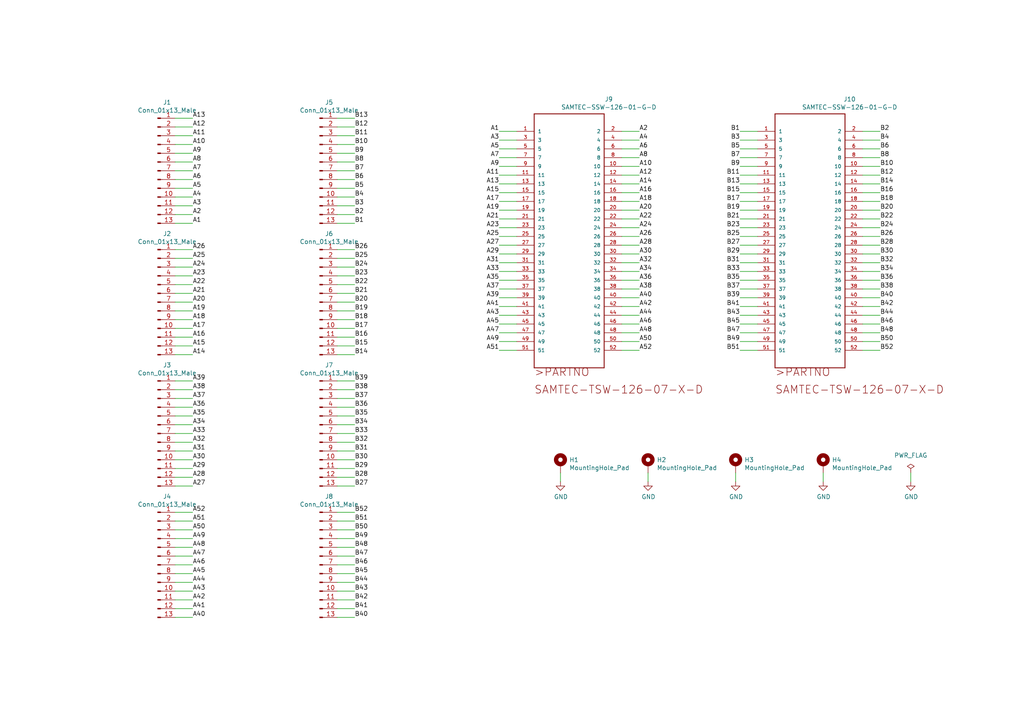
<source format=kicad_sch>
(kicad_sch (version 20230121) (generator eeschema)
  (paper "A4")
  (title_block (title "PC-104 to PicoBlade Adapter (Bottom)") (date "2023-11-17") (rev "v2.1") (company "SpaceLab") (comment 1 "Author: Gabriel Mariano Marcelino <gabriel.mm8@gmail.com>"))
  (lib_symbols
    (symbol "Mechanical:MountingHole_Pad" (pin_numbers hide) (pin_names (offset 1.016) hide)
      (property "Reference" "H" (at 0 6.35 0))
      (property "Value" "MountingHole_Pad" (at 0 4.445 0))
      (symbol "MountingHole_Pad_0_1"
        (circle (center 0 1.27) (radius 1.27) (stroke (width 1.27)))
      )
      (symbol "MountingHole_Pad_1_1"
        (pin input line (at 0 -2.54 90) (length 2.54) (name "1") (number "1"))
      )
    )
    (symbol "TSW-126-07-X-D:SAMTEC-TSW-126-07-X-D" (pin_names (offset 1.016))
      (property "Reference" "J" (at 0 5.08 0))
      (property "Value" "SAMTEC-TSW-126-07-X-D" (at 0 -73.66 0))
      (symbol "SAMTEC-TSW-126-07-X-D_0_0"
        (polyline (pts (xy 0 -68.58) (xy 0 5.08)) (stroke (width 0.254)))
        (polyline (pts (xy 0 5.08) (xy 20.2946 5.08)) (stroke (width 0.254)))
        (polyline (pts (xy 20.2946 -68.58) (xy 0 -68.58)) (stroke (width 0.254)))
        (polyline (pts (xy 20.2946 5.08) (xy 20.2946 -68.58)) (stroke (width 0.254)))
        (text ">PARTNO" (at 0 -71.12 0) (effects (font (size 2.286 2.286)) (justify left bottom)))
        (text "SAMTEC-TSW-126-07-X-D" (at 0 -76.2 0) (effects (font (size 2.286 2.286)) (justify left bottom)))
        (pin passive line (at -5.08 0 0) (length 5.08) (name "1") (number "1"))
        (pin passive line (at 25.4 -10.16 180) (length 5.08) (name "10") (number "10"))
        (pin passive line (at -5.08 -12.7 0) (length 5.08) (name "11") (number "11"))
        (pin passive line (at 25.4 -12.7 180) (length 5.08) (name "12") (number "12"))
        (pin passive line (at -5.08 -15.24 0) (length 5.08) (name "13") (number "13"))
        (pin passive line (at 25.4 -15.24 180) (length 5.08) (name "14") (number "14"))
        (pin passive line (at -5.08 -17.78 0) (length 5.08) (name "15") (number "15"))
        (pin passive line (at 25.4 -17.78 180) (length 5.08) (name "16") (number "16"))
        (pin passive line (at -5.08 -20.32 0) (length 5.08) (name "17") (number "17"))
        (pin passive line (at 25.4 -20.32 180) (length 5.08) (name "18") (number "18"))
        (pin passive line (at -5.08 -22.86 0) (length 5.08) (name "19") (number "19"))
        (pin passive line (at 25.4 0 180) (length 5.08) (name "2") (number "2"))
        (pin passive line (at 25.4 -22.86 180) (length 5.08) (name "20") (number "20"))
        (pin passive line (at -5.08 -25.4 0) (length 5.08) (name "21") (number "21"))
        (pin passive line (at 25.4 -25.4 180) (length 5.08) (name "22") (number "22"))
        (pin passive line (at -5.08 -27.94 0) (length 5.08) (name "23") (number "23"))
        (pin passive line (at 25.4 -27.94 180) (length 5.08) (name "24") (number "24"))
        (pin passive line (at -5.08 -30.48 0) (length 5.08) (name "25") (number "25"))
        (pin passive line (at 25.4 -30.48 180) (length 5.08) (name "26") (number "26"))
        (pin passive line (at -5.08 -33.02 0) (length 5.08) (name "27") (number "27"))
        (pin passive line (at 25.4 -33.02 180) (length 5.08) (name "28") (number "28"))
        (pin passive line (at -5.08 -35.56 0) (length 5.08) (name "29") (number "29"))
        (pin passive line (at -5.08 -2.54 0) (length 5.08) (name "3") (number "3"))
        (pin passive line (at 25.4 -35.56 180) (length 5.08) (name "30") (number "30"))
        (pin passive line (at -5.08 -38.1 0) (length 5.08) (name "31") (number "31"))
        (pin passive line (at 25.4 -38.1 180) (length 5.08) (name "32") (number "32"))
        (pin passive line (at -5.08 -40.64 0) (length 5.08) (name "33") (number "33"))
        (pin passive line (at 25.4 -40.64 180) (length 5.08) (name "34") (number "34"))
        (pin passive line (at -5.08 -43.18 0) (length 5.08) (name "35") (number "35"))
        (pin passive line (at 25.4 -43.18 180) (length 5.08) (name "36") (number "36"))
        (pin passive line (at -5.08 -45.72 0) (length 5.08) (name "37") (number "37"))
        (pin passive line (at 25.4 -45.72 180) (length 5.08) (name "38") (number "38"))
        (pin passive line (at -5.08 -48.26 0) (length 5.08) (name "39") (number "39"))
        (pin passive line (at 25.4 -2.54 180) (length 5.08) (name "4") (number "4"))
        (pin passive line (at 25.4 -48.26 180) (length 5.08) (name "40") (number "40"))
        (pin passive line (at -5.08 -50.8 0) (length 5.08) (name "41") (number "41"))
        (pin passive line (at 25.4 -50.8 180) (length 5.08) (name "42") (number "42"))
        (pin passive line (at -5.08 -53.34 0) (length 5.08) (name "43") (number "43"))
        (pin passive line (at 25.4 -53.34 180) (length 5.08) (name "44") (number "44"))
        (pin passive line (at -5.08 -55.88 0) (length 5.08) (name "45") (number "45"))
        (pin passive line (at 25.4 -55.88 180) (length 5.08) (name "46") (number "46"))
        (pin passive line (at -5.08 -58.42 0) (length 5.08) (name "47") (number "47"))
        (pin passive line (at 25.4 -58.42 180) (length 5.08) (name "48") (number "48"))
        (pin passive line (at -5.08 -60.96 0) (length 5.08) (name "49") (number "49"))
        (pin passive line (at -5.08 -5.08 0) (length 5.08) (name "5") (number "5"))
        (pin passive line (at 25.4 -60.96 180) (length 5.08) (name "50") (number "50"))
        (pin passive line (at -5.08 -63.5 0) (length 5.08) (name "51") (number "51"))
        (pin passive line (at 25.4 -63.5 180) (length 5.08) (name "52") (number "52"))
        (pin passive line (at 25.4 -5.08 180) (length 5.08) (name "6") (number "6"))
        (pin passive line (at -5.08 -7.62 0) (length 5.08) (name "7") (number "7"))
        (pin passive line (at 25.4 -7.62 180) (length 5.08) (name "8") (number "8"))
        (pin passive line (at -5.08 -10.16 0) (length 5.08) (name "9") (number "9"))
      )
    )
    (symbol "pc104-adapter-top-rescue:Conn_01x13_Male-Connector" (pin_names (offset 1.016) hide)
      (property "Reference" "J" (at 0 17.78 0))
      (property "Value" "Connector_Conn_01x13_Male" (at 0 -17.78 0))
      (symbol "Conn_01x13_Male-Connector_1_1"
        (polyline (pts (xy 1.27 -15.24) (xy 0.8636 -15.24)) (stroke (width 0.1524)))
        (polyline (pts (xy 1.27 -12.7) (xy 0.8636 -12.7)) (stroke (width 0.1524)))
        (polyline (pts (xy 1.27 -10.16) (xy 0.8636 -10.16)) (stroke (width 0.1524)))
        (polyline (pts (xy 1.27 -7.62) (xy 0.8636 -7.62)) (stroke (width 0.1524)))
        (polyline (pts (xy 1.27 -5.08) (xy 0.8636 -5.08)) (stroke (width 0.1524)))
        (polyline (pts (xy 1.27 -2.54) (xy 0.8636 -2.54)) (stroke (width 0.1524)))
        (polyline (pts (xy 1.27 0) (xy 0.8636 0)) (stroke (width 0.1524)))
        (polyline (pts (xy 1.27 2.54) (xy 0.8636 2.54)) (stroke (width 0.1524)))
        (polyline (pts (xy 1.27 5.08) (xy 0.8636 5.08)) (stroke (width 0.1524)))
        (polyline (pts (xy 1.27 7.62) (xy 0.8636 7.62)) (stroke (width 0.1524)))
        (polyline (pts (xy 1.27 10.16) (xy 0.8636 10.16)) (stroke (width 0.1524)))
        (polyline (pts (xy 1.27 12.7) (xy 0.8636 12.7)) (stroke (width 0.1524)))
        (polyline (pts (xy 1.27 15.24) (xy 0.8636 15.24)) (stroke (width 0.1524)))
        (rectangle (start 0.8636 -15.113) (end 0 -15.367) (stroke (width 0.1524)) (fill (type outline)))
        (rectangle (start 0.8636 -12.573) (end 0 -12.827) (stroke (width 0.1524)) (fill (type outline)))
        (rectangle (start 0.8636 -10.033) (end 0 -10.287) (stroke (width 0.1524)) (fill (type outline)))
        (rectangle (start 0.8636 -7.493) (end 0 -7.747) (stroke (width 0.1524)) (fill (type outline)))
        (rectangle (start 0.8636 -4.953) (end 0 -5.207) (stroke (width 0.1524)) (fill (type outline)))
        (rectangle (start 0.8636 -2.413) (end 0 -2.667) (stroke (width 0.1524)) (fill (type outline)))
        (rectangle (start 0.8636 0.127) (end 0 -0.127) (stroke (width 0.1524)) (fill (type outline)))
        (rectangle (start 0.8636 2.667) (end 0 2.413) (stroke (width 0.1524)) (fill (type outline)))
        (rectangle (start 0.8636 5.207) (end 0 4.953) (stroke (width 0.1524)) (fill (type outline)))
        (rectangle (start 0.8636 7.747) (end 0 7.493) (stroke (width 0.1524)) (fill (type outline)))
        (rectangle (start 0.8636 10.287) (end 0 10.033) (stroke (width 0.1524)) (fill (type outline)))
        (rectangle (start 0.8636 12.827) (end 0 12.573) (stroke (width 0.1524)) (fill (type outline)))
        (rectangle (start 0.8636 15.367) (end 0 15.113) (stroke (width 0.1524)) (fill (type outline)))
        (pin passive line (at 5.08 15.24 180) (length 3.81) (name "Pin_1") (number "1"))
        (pin passive line (at 5.08 -7.62 180) (length 3.81) (name "Pin_10") (number "10"))
        (pin passive line (at 5.08 -10.16 180) (length 3.81) (name "Pin_11") (number "11"))
        (pin passive line (at 5.08 -12.7 180) (length 3.81) (name "Pin_12") (number "12"))
        (pin passive line (at 5.08 -15.24 180) (length 3.81) (name "Pin_13") (number "13"))
        (pin passive line (at 5.08 12.7 180) (length 3.81) (name "Pin_2") (number "2"))
        (pin passive line (at 5.08 10.16 180) (length 3.81) (name "Pin_3") (number "3"))
        (pin passive line (at 5.08 7.62 180) (length 3.81) (name "Pin_4") (number "4"))
        (pin passive line (at 5.08 5.08 180) (length 3.81) (name "Pin_5") (number "5"))
        (pin passive line (at 5.08 2.54 180) (length 3.81) (name "Pin_6") (number "6"))
        (pin passive line (at 5.08 0 180) (length 3.81) (name "Pin_7") (number "7"))
        (pin passive line (at 5.08 -2.54 180) (length 3.81) (name "Pin_8") (number "8"))
        (pin passive line (at 5.08 -5.08 180) (length 3.81) (name "Pin_9") (number "9"))
      )
    )
    (symbol "power:GND" (power) (pin_names (offset 0))
      (property "Value" "GND" (at 0 -3.81 0))
      (symbol "GND_0_1"
        (polyline (pts (xy 0 0) (xy 0 -1.27) (xy 1.27 -1.27) (xy 0 -2.54) (xy -1.27 -1.27) (xy 0 -1.27)))
      )
      (symbol "GND_1_1"
        (pin power_in line (at 0 0 270) (length 0) hide (name "GND") (number "1"))
      )
    )
    (symbol "power:PWR_FLAG" (power) (pin_numbers hide) (pin_names (offset 0) hide)
      (property "Value" "PWR_FLAG" (at 0 3.81 0))
      (symbol "PWR_FLAG_0_0"
        (pin power_out line (at 0 0 90) (length 0) (name "pwr") (number "1"))
      )
      (symbol "PWR_FLAG_0_1"
        (polyline (pts (xy 0 0) (xy 0 1.27) (xy -1.016 1.905) (xy 0 2.54) (xy 1.016 1.905) (xy 0 1.27)))
      )
    )
  )
  (wire (pts (xy 180.34 99.06) (xy 185.42 99.06)))
  (wire (pts (xy 55.88 128.27) (xy 50.8 128.27)))
  (wire (pts (xy 144.78 68.58) (xy 149.86 68.58)))
  (wire (pts (xy 149.86 76.2) (xy 144.78 76.2)))
  (wire (pts (xy 180.34 43.18) (xy 185.42 43.18)))
  (wire (pts (xy 50.8 62.23) (xy 55.88 62.23)))
  (wire (pts (xy 50.8 140.97) (xy 55.88 140.97)))
  (wire (pts (xy 214.63 83.82) (xy 219.71 83.82)))
  (wire (pts (xy 97.79 163.83) (xy 102.87 163.83)))
  (wire (pts (xy 255.27 60.96) (xy 250.19 60.96)))
  (wire (pts (xy 97.79 102.87) (xy 102.87 102.87)))
  (wire (pts (xy 102.87 118.11) (xy 97.79 118.11)))
  (wire (pts (xy 97.79 82.55) (xy 102.87 82.55)))
  (wire (pts (xy 219.71 81.28) (xy 214.63 81.28)))
  (wire (pts (xy 50.8 173.99) (xy 55.88 173.99)))
  (wire (pts (xy 50.8 135.89) (xy 55.88 135.89)))
  (wire (pts (xy 149.86 93.98) (xy 144.78 93.98)))
  (wire (pts (xy 214.63 78.74) (xy 219.71 78.74)))
  (wire (pts (xy 102.87 54.61) (xy 97.79 54.61)))
  (wire (pts (xy 149.86 45.72) (xy 144.78 45.72)))
  (wire (pts (xy 250.19 63.5) (xy 255.27 63.5)))
  (wire (pts (xy 185.42 66.04) (xy 180.34 66.04)))
  (wire (pts (xy 50.8 97.79) (xy 55.88 97.79)))
  (wire (pts (xy 149.86 71.12) (xy 144.78 71.12)))
  (wire (pts (xy 187.96 139.7) (xy 187.96 137.16)))
  (wire (pts (xy 55.88 118.11) (xy 50.8 118.11)))
  (wire (pts (xy 185.42 50.8) (xy 180.34 50.8)))
  (wire (pts (xy 102.87 176.53) (xy 97.79 176.53)))
  (wire (pts (xy 213.36 139.7) (xy 213.36 137.16)))
  (wire (pts (xy 180.34 58.42) (xy 185.42 58.42)))
  (wire (pts (xy 219.71 96.52) (xy 214.63 96.52)))
  (wire (pts (xy 97.79 62.23) (xy 102.87 62.23)))
  (wire (pts (xy 97.79 120.65) (xy 102.87 120.65)))
  (wire (pts (xy 250.19 53.34) (xy 255.27 53.34)))
  (wire (pts (xy 50.8 72.39) (xy 55.88 72.39)))
  (wire (pts (xy 50.8 77.47) (xy 55.88 77.47)))
  (wire (pts (xy 97.79 97.79) (xy 102.87 97.79)))
  (wire (pts (xy 214.63 48.26) (xy 219.71 48.26)))
  (wire (pts (xy 102.87 90.17) (xy 97.79 90.17)))
  (wire (pts (xy 102.87 138.43) (xy 97.79 138.43)))
  (wire (pts (xy 55.88 100.33) (xy 50.8 100.33)))
  (wire (pts (xy 55.88 90.17) (xy 50.8 90.17)))
  (wire (pts (xy 50.8 158.75) (xy 55.88 158.75)))
  (wire (pts (xy 144.78 78.74) (xy 149.86 78.74)))
  (wire (pts (xy 180.34 78.74) (xy 185.42 78.74)))
  (wire (pts (xy 102.87 113.03) (xy 97.79 113.03)))
  (wire (pts (xy 102.87 80.01) (xy 97.79 80.01)))
  (wire (pts (xy 185.42 38.1) (xy 180.34 38.1)))
  (wire (pts (xy 238.76 139.7) (xy 238.76 137.16)))
  (wire (pts (xy 50.8 87.63) (xy 55.88 87.63)))
  (wire (pts (xy 97.79 77.47) (xy 102.87 77.47)))
  (wire (pts (xy 219.71 86.36) (xy 214.63 86.36)))
  (wire (pts (xy 185.42 71.12) (xy 180.34 71.12)))
  (wire (pts (xy 162.56 139.7) (xy 162.56 137.16)))
  (wire (pts (xy 180.34 63.5) (xy 185.42 63.5)))
  (wire (pts (xy 185.42 76.2) (xy 180.34 76.2)))
  (wire (pts (xy 219.71 53.34) (xy 214.63 53.34)))
  (wire (pts (xy 102.87 151.13) (xy 97.79 151.13)))
  (wire (pts (xy 102.87 49.53) (xy 97.79 49.53)))
  (wire (pts (xy 180.34 73.66) (xy 185.42 73.66)))
  (wire (pts (xy 50.8 82.55) (xy 55.88 82.55)))
  (wire (pts (xy 149.86 55.88) (xy 144.78 55.88)))
  (wire (pts (xy 214.63 58.42) (xy 219.71 58.42)))
  (wire (pts (xy 102.87 44.45) (xy 97.79 44.45)))
  (wire (pts (xy 97.79 130.81) (xy 102.87 130.81)))
  (wire (pts (xy 55.88 151.13) (xy 50.8 151.13)))
  (wire (pts (xy 250.19 58.42) (xy 255.27 58.42)))
  (wire (pts (xy 144.78 86.36) (xy 149.86 86.36)))
  (wire (pts (xy 214.63 99.06) (xy 219.71 99.06)))
  (wire (pts (xy 102.87 123.19) (xy 97.79 123.19)))
  (wire (pts (xy 102.87 128.27) (xy 97.79 128.27)))
  (wire (pts (xy 50.8 163.83) (xy 55.88 163.83)))
  (wire (pts (xy 185.42 91.44) (xy 180.34 91.44)))
  (wire (pts (xy 250.19 78.74) (xy 255.27 78.74)))
  (wire (pts (xy 144.78 63.5) (xy 149.86 63.5)))
  (wire (pts (xy 50.8 153.67) (xy 55.88 153.67)))
  (wire (pts (xy 50.8 120.65) (xy 55.88 120.65)))
  (wire (pts (xy 102.87 95.25) (xy 97.79 95.25)))
  (wire (pts (xy 97.79 57.15) (xy 102.87 57.15)))
  (wire (pts (xy 55.88 44.45) (xy 50.8 44.45)))
  (wire (pts (xy 102.87 133.35) (xy 97.79 133.35)))
  (wire (pts (xy 214.63 88.9) (xy 219.71 88.9)))
  (wire (pts (xy 255.27 66.04) (xy 250.19 66.04)))
  (wire (pts (xy 185.42 81.28) (xy 180.34 81.28)))
  (wire (pts (xy 55.88 39.37) (xy 50.8 39.37)))
  (wire (pts (xy 144.78 38.1) (xy 149.86 38.1)))
  (wire (pts (xy 250.19 48.26) (xy 255.27 48.26)))
  (wire (pts (xy 144.78 43.18) (xy 149.86 43.18)))
  (wire (pts (xy 185.42 86.36) (xy 180.34 86.36)))
  (wire (pts (xy 97.79 41.91) (xy 102.87 41.91)))
  (wire (pts (xy 50.8 168.91) (xy 55.88 168.91)))
  (wire (pts (xy 50.8 41.91) (xy 55.88 41.91)))
  (wire (pts (xy 50.8 115.57) (xy 55.88 115.57)))
  (wire (pts (xy 55.88 54.61) (xy 50.8 54.61)))
  (wire (pts (xy 55.88 74.93) (xy 50.8 74.93)))
  (wire (pts (xy 50.8 179.07) (xy 55.88 179.07)))
  (wire (pts (xy 255.27 86.36) (xy 250.19 86.36)))
  (wire (pts (xy 102.87 171.45) (xy 97.79 171.45)))
  (wire (pts (xy 214.63 38.1) (xy 219.71 38.1)))
  (wire (pts (xy 97.79 148.59) (xy 102.87 148.59)))
  (wire (pts (xy 97.79 110.49) (xy 102.87 110.49)))
  (wire (pts (xy 185.42 101.6) (xy 180.34 101.6)))
  (wire (pts (xy 144.78 101.6) (xy 149.86 101.6)))
  (wire (pts (xy 55.88 113.03) (xy 50.8 113.03)))
  (wire (pts (xy 102.87 59.69) (xy 97.79 59.69)))
  (wire (pts (xy 180.34 68.58) (xy 185.42 68.58)))
  (wire (pts (xy 97.79 87.63) (xy 102.87 87.63)))
  (wire (pts (xy 255.27 45.72) (xy 250.19 45.72)))
  (wire (pts (xy 214.63 68.58) (xy 219.71 68.58)))
  (wire (pts (xy 185.42 55.88) (xy 180.34 55.88)))
  (wire (pts (xy 50.8 57.15) (xy 55.88 57.15)))
  (wire (pts (xy 180.34 48.26) (xy 185.42 48.26)))
  (wire (pts (xy 214.63 45.72) (xy 219.71 45.72)))
  (wire (pts (xy 219.71 76.2) (xy 214.63 76.2)))
  (wire (pts (xy 97.79 135.89) (xy 102.87 135.89)))
  (wire (pts (xy 102.87 100.33) (xy 97.79 100.33)))
  (wire (pts (xy 55.88 95.25) (xy 50.8 95.25)))
  (wire (pts (xy 102.87 34.29) (xy 97.79 34.29)))
  (wire (pts (xy 97.79 115.57) (xy 102.87 115.57)))
  (wire (pts (xy 214.63 50.8) (xy 219.71 50.8)))
  (wire (pts (xy 55.88 161.29) (xy 50.8 161.29)))
  (wire (pts (xy 55.88 64.77) (xy 50.8 64.77)))
  (wire (pts (xy 255.27 50.8) (xy 250.19 50.8)))
  (wire (pts (xy 180.34 88.9) (xy 185.42 88.9)))
  (wire (pts (xy 180.34 53.34) (xy 185.42 53.34)))
  (wire (pts (xy 102.87 64.77) (xy 97.79 64.77)))
  (wire (pts (xy 185.42 40.64) (xy 180.34 40.64)))
  (wire (pts (xy 55.88 156.21) (xy 50.8 156.21)))
  (wire (pts (xy 50.8 34.29) (xy 55.88 34.29)))
  (wire (pts (xy 97.79 153.67) (xy 102.87 153.67)))
  (wire (pts (xy 55.88 123.19) (xy 50.8 123.19)))
  (wire (pts (xy 50.8 110.49) (xy 55.88 110.49)))
  (wire (pts (xy 149.86 99.06) (xy 144.78 99.06)))
  (wire (pts (xy 250.19 38.1) (xy 255.27 38.1)))
  (wire (pts (xy 250.19 43.18) (xy 255.27 43.18)))
  (wire (pts (xy 55.88 176.53) (xy 50.8 176.53)))
  (wire (pts (xy 250.19 99.06) (xy 255.27 99.06)))
  (wire (pts (xy 97.79 36.83) (xy 102.87 36.83)))
  (wire (pts (xy 255.27 76.2) (xy 250.19 76.2)))
  (wire (pts (xy 97.79 46.99) (xy 102.87 46.99)))
  (wire (pts (xy 219.71 60.96) (xy 214.63 60.96)))
  (wire (pts (xy 97.79 72.39) (xy 102.87 72.39)))
  (wire (pts (xy 149.86 66.04) (xy 144.78 66.04)))
  (wire (pts (xy 144.78 58.42) (xy 149.86 58.42)))
  (wire (pts (xy 255.27 71.12) (xy 250.19 71.12)))
  (wire (pts (xy 55.88 138.43) (xy 50.8 138.43)))
  (wire (pts (xy 50.8 102.87) (xy 55.88 102.87)))
  (wire (pts (xy 55.88 133.35) (xy 50.8 133.35)))
  (wire (pts (xy 185.42 45.72) (xy 180.34 45.72)))
  (wire (pts (xy 149.86 83.82) (xy 144.78 83.82)))
  (wire (pts (xy 255.27 91.44) (xy 250.19 91.44)))
  (wire (pts (xy 144.78 48.26) (xy 149.86 48.26)))
  (wire (pts (xy 250.19 73.66) (xy 255.27 73.66)))
  (wire (pts (xy 144.78 53.34) (xy 149.86 53.34)))
  (wire (pts (xy 55.88 85.09) (xy 50.8 85.09)))
  (wire (pts (xy 102.87 39.37) (xy 97.79 39.37)))
  (wire (pts (xy 219.71 55.88) (xy 214.63 55.88)))
  (wire (pts (xy 255.27 81.28) (xy 250.19 81.28)))
  (wire (pts (xy 219.71 71.12) (xy 214.63 71.12)))
  (wire (pts (xy 102.87 85.09) (xy 97.79 85.09)))
  (wire (pts (xy 97.79 125.73) (xy 102.87 125.73)))
  (wire (pts (xy 50.8 130.81) (xy 55.88 130.81)))
  (wire (pts (xy 55.88 59.69) (xy 50.8 59.69)))
  (wire (pts (xy 97.79 179.07) (xy 102.87 179.07)))
  (wire (pts (xy 250.19 68.58) (xy 255.27 68.58)))
  (wire (pts (xy 219.71 101.6) (xy 214.63 101.6)))
  (wire (pts (xy 55.88 171.45) (xy 50.8 171.45)))
  (wire (pts (xy 50.8 52.07) (xy 55.88 52.07)))
  (wire (pts (xy 50.8 92.71) (xy 55.88 92.71)))
  (wire (pts (xy 102.87 156.21) (xy 97.79 156.21)))
  (wire (pts (xy 149.86 88.9) (xy 144.78 88.9)))
  (wire (pts (xy 214.63 43.18) (xy 219.71 43.18)))
  (wire (pts (xy 97.79 168.91) (xy 102.87 168.91)))
  (wire (pts (xy 214.63 63.5) (xy 219.71 63.5)))
  (wire (pts (xy 185.42 60.96) (xy 180.34 60.96)))
  (wire (pts (xy 144.78 81.28) (xy 149.86 81.28)))
  (wire (pts (xy 219.71 66.04) (xy 214.63 66.04)))
  (wire (pts (xy 50.8 46.99) (xy 55.88 46.99)))
  (wire (pts (xy 180.34 93.98) (xy 185.42 93.98)))
  (wire (pts (xy 97.79 158.75) (xy 102.87 158.75)))
  (wire (pts (xy 255.27 96.52) (xy 250.19 96.52)))
  (wire (pts (xy 97.79 52.07) (xy 102.87 52.07)))
  (wire (pts (xy 144.78 91.44) (xy 149.86 91.44)))
  (wire (pts (xy 255.27 55.88) (xy 250.19 55.88)))
  (wire (pts (xy 97.79 140.97) (xy 102.87 140.97)))
  (wire (pts (xy 55.88 166.37) (xy 50.8 166.37)))
  (wire (pts (xy 219.71 91.44) (xy 214.63 91.44)))
  (wire (pts (xy 185.42 96.52) (xy 180.34 96.52)))
  (wire (pts (xy 50.8 148.59) (xy 55.88 148.59)))
  (wire (pts (xy 97.79 92.71) (xy 102.87 92.71)))
  (wire (pts (xy 97.79 173.99) (xy 102.87 173.99)))
  (wire (pts (xy 219.71 73.66) (xy 214.63 73.66)))
  (wire (pts (xy 149.86 50.8) (xy 144.78 50.8)))
  (wire (pts (xy 255.27 40.64) (xy 250.19 40.64)))
  (wire (pts (xy 144.78 96.52) (xy 149.86 96.52)))
  (wire (pts (xy 55.88 80.01) (xy 50.8 80.01)))
  (wire (pts (xy 180.34 83.82) (xy 185.42 83.82)))
  (wire (pts (xy 219.71 40.64) (xy 214.63 40.64)))
  (wire (pts (xy 102.87 166.37) (xy 97.79 166.37)))
  (wire (pts (xy 55.88 49.53) (xy 50.8 49.53)))
  (wire (pts (xy 102.87 74.93) (xy 97.79 74.93)))
  (wire (pts (xy 149.86 40.64) (xy 144.78 40.64)))
  (wire (pts (xy 50.8 125.73) (xy 55.88 125.73)))
  (wire (pts (xy 50.8 36.83) (xy 55.88 36.83)))
  (wire (pts (xy 250.19 88.9) (xy 255.27 88.9)))
  (wire (pts (xy 250.19 93.98) (xy 255.27 93.98)))
  (wire (pts (xy 102.87 161.29) (xy 97.79 161.29)))
  (wire (pts (xy 250.19 83.82) (xy 255.27 83.82)))
  (wire (pts (xy 264.16 137.16) (xy 264.16 139.7)))
  (wire (pts (xy 214.63 93.98) (xy 219.71 93.98)))
  (wire (pts (xy 144.78 73.66) (xy 149.86 73.66)))
  (wire (pts (xy 149.86 60.96) (xy 144.78 60.96)))
  (wire (pts (xy 255.27 101.6) (xy 250.19 101.6)))
  (label "A46" (at 185.42 93.98 0))
  (label "B23" (at 214.63 66.04 180))
  (label "A32" (at 55.88 128.27 0))
  (label "B34" (at 102.87 123.19 0))
  (label "A39" (at 144.78 86.36 180))
  (label "B14" (at 102.87 102.87 0))
  (label "B29" (at 214.63 73.66 180))
  (label "B21" (at 102.87 85.09 0))
  (label "B37" (at 102.87 115.57 0))
  (label "A33" (at 55.88 125.73 0))
  (label "B6" (at 255.27 43.18 0))
  (label "A52" (at 185.42 101.6 0))
  (label "A31" (at 144.78 76.2 180))
  (label "B17" (at 214.63 58.42 180))
  (label "B9" (at 102.87 44.45 0))
  (label "A15" (at 55.88 100.33 0))
  (label "A37" (at 55.88 115.57 0))
  (label "B42" (at 255.27 88.9 0))
  (label "B47" (at 214.63 96.52 180))
  (label "A22" (at 185.42 63.5 0))
  (label "B9" (at 214.63 48.26 180))
  (label "B23" (at 102.87 80.01 0))
  (label "A41" (at 144.78 88.9 180))
  (label "B1" (at 102.87 64.77 0))
  (label "B20" (at 255.27 60.96 0))
  (label "B3" (at 102.87 59.69 0))
  (label "A13" (at 55.88 34.29 0))
  (label "A14" (at 185.42 53.34 0))
  (label "A27" (at 144.78 71.12 180))
  (label "A1" (at 144.78 38.1 180))
  (label "A23" (at 55.88 80.01 0))
  (label "B48" (at 255.27 96.52 0))
  (label "A29" (at 144.78 73.66 180))
  (label "B51" (at 214.63 101.6 180))
  (label "B36" (at 255.27 81.28 0))
  (label "A43" (at 55.88 171.45 0))
  (label "B5" (at 214.63 43.18 180))
  (label "A7" (at 55.88 49.53 0))
  (label "B25" (at 214.63 68.58 180))
  (label "B41" (at 214.63 88.9 180))
  (label "A27" (at 55.88 140.97 0))
  (label "B10" (at 102.87 41.91 0))
  (label "B24" (at 102.87 77.47 0))
  (label "A50" (at 55.88 153.67 0))
  (label "B45" (at 102.87 166.37 0))
  (label "B35" (at 102.87 120.65 0))
  (label "A9" (at 144.78 48.26 180))
  (label "B8" (at 255.27 45.72 0))
  (label "A38" (at 55.88 113.03 0))
  (label "A29" (at 55.88 135.89 0))
  (label "A30" (at 185.42 73.66 0))
  (label "A20" (at 55.88 87.63 0))
  (label "B30" (at 255.27 73.66 0))
  (label "B52" (at 255.27 101.6 0))
  (label "B40" (at 255.27 86.36 0))
  (label "A35" (at 144.78 81.28 180))
  (label "A48" (at 55.88 158.75 0))
  (label "A4" (at 55.88 57.15 0))
  (label "A44" (at 55.88 168.91 0))
  (label "B1" (at 214.63 38.1 180))
  (label "A7" (at 144.78 45.72 180))
  (label "A26" (at 185.42 68.58 0))
  (label "B46" (at 255.27 93.98 0))
  (label "B2" (at 255.27 38.1 0))
  (label "B24" (at 255.27 66.04 0))
  (label "B31" (at 102.87 130.81 0))
  (label "A2" (at 55.88 62.23 0))
  (label "B35" (at 214.63 81.28 180))
  (label "A28" (at 185.42 71.12 0))
  (label "B21" (at 214.63 63.5 180))
  (label "A47" (at 55.88 161.29 0))
  (label "B33" (at 102.87 125.73 0))
  (label "B49" (at 214.63 99.06 180))
  (label "B15" (at 214.63 55.88 180))
  (label "B51" (at 102.87 151.13 0))
  (label "B15" (at 102.87 100.33 0))
  (label "B37" (at 214.63 83.82 180))
  (label "A13" (at 144.78 53.34 180))
  (label "A42" (at 55.88 173.99 0))
  (label "B52" (at 102.87 148.59 0))
  (label "A17" (at 55.88 95.25 0))
  (label "A45" (at 55.88 166.37 0))
  (label "A36" (at 185.42 81.28 0))
  (label "A22" (at 55.88 82.55 0))
  (label "B45" (at 214.63 93.98 180))
  (label "B48" (at 102.87 158.75 0))
  (label "B46" (at 102.87 163.83 0))
  (label "B43" (at 214.63 91.44 180))
  (label "B16" (at 255.27 55.88 0))
  (label "B28" (at 255.27 71.12 0))
  (label "A23" (at 144.78 66.04 180))
  (label "B49" (at 102.87 156.21 0))
  (label "A45" (at 144.78 93.98 180))
  (label "A52" (at 55.88 148.59 0))
  (label "A47" (at 144.78 96.52 180))
  (label "B36" (at 102.87 118.11 0))
  (label "A31" (at 55.88 130.81 0))
  (label "B31" (at 214.63 76.2 180))
  (label "A34" (at 185.42 78.74 0))
  (label "A3" (at 55.88 59.69 0))
  (label "B32" (at 255.27 76.2 0))
  (label "B11" (at 214.63 50.8 180))
  (label "B26" (at 255.27 68.58 0))
  (label "A38" (at 185.42 83.82 0))
  (label "B12" (at 102.87 36.83 0))
  (label "B19" (at 102.87 90.17 0))
  (label "B19" (at 214.63 60.96 180))
  (label "B18" (at 255.27 58.42 0))
  (label "A18" (at 55.88 92.71 0))
  (label "A24" (at 185.42 66.04 0))
  (label "B18" (at 102.87 92.71 0))
  (label "B44" (at 255.27 91.44 0))
  (label "B29" (at 102.87 135.89 0))
  (label "A20" (at 185.42 60.96 0))
  (label "B8" (at 102.87 46.99 0))
  (label "A46" (at 55.88 163.83 0))
  (label "B4" (at 102.87 57.15 0))
  (label "B44" (at 102.87 168.91 0))
  (label "B5" (at 102.87 54.61 0))
  (label "B39" (at 102.87 110.49 0))
  (label "A21" (at 55.88 85.09 0))
  (label "A16" (at 55.88 97.79 0))
  (label "A26" (at 55.88 72.39 0))
  (label "B12" (at 255.27 50.8 0))
  (label "B7" (at 214.63 45.72 180))
  (label "B3" (at 214.63 40.64 180))
  (label "B47" (at 102.87 161.29 0))
  (label "B27" (at 214.63 71.12 180))
  (label "A41" (at 55.88 176.53 0))
  (label "B42" (at 102.87 173.99 0))
  (label "A6" (at 185.42 43.18 0))
  (label "A24" (at 55.88 77.47 0))
  (label "A44" (at 185.42 91.44 0))
  (label "A2" (at 185.42 38.1 0))
  (label "A32" (at 185.42 76.2 0))
  (label "B13" (at 214.63 53.34 180))
  (label "A11" (at 144.78 50.8 180))
  (label "A51" (at 144.78 101.6 180))
  (label "A39" (at 55.88 110.49 0))
  (label "A28" (at 55.88 138.43 0))
  (label "B17" (at 102.87 95.25 0))
  (label "A25" (at 144.78 68.58 180))
  (label "B22" (at 255.27 63.5 0))
  (label "A19" (at 55.88 90.17 0))
  (label "A42" (at 185.42 88.9 0))
  (label "B2" (at 102.87 62.23 0))
  (label "A5" (at 144.78 43.18 180))
  (label "B43" (at 102.87 171.45 0))
  (label "B14" (at 255.27 53.34 0))
  (label "A16" (at 185.42 55.88 0))
  (label "A30" (at 55.88 133.35 0))
  (label "B6" (at 102.87 52.07 0))
  (label "B38" (at 102.87 113.03 0))
  (label "A50" (at 185.42 99.06 0))
  (label "A49" (at 55.88 156.21 0))
  (label "B30" (at 102.87 133.35 0))
  (label "A48" (at 185.42 96.52 0))
  (label "B11" (at 102.87 39.37 0))
  (label "A12" (at 55.88 36.83 0))
  (label "A19" (at 144.78 60.96 180))
  (label "A8" (at 185.42 45.72 0))
  (label "B20" (at 102.87 87.63 0))
  (label "B38" (at 255.27 83.82 0))
  (label "A10" (at 185.42 48.26 0))
  (label "B22" (at 102.87 82.55 0))
  (label "A25" (at 55.88 74.93 0))
  (label "A12" (at 185.42 50.8 0))
  (label "B25" (at 102.87 74.93 0))
  (label "B7" (at 102.87 49.53 0))
  (label "A43" (at 144.78 91.44 180))
  (label "A1" (at 55.88 64.77 0))
  (label "A35" (at 55.88 120.65 0))
  (label "A3" (at 144.78 40.64 180))
  (label "A34" (at 55.88 123.19 0))
  (label "A8" (at 55.88 46.99 0))
  (label "B26" (at 102.87 72.39 0))
  (label "A9" (at 55.88 44.45 0))
  (label "B13" (at 102.87 34.29 0))
  (label "A49" (at 144.78 99.06 180))
  (label "B39" (at 214.63 86.36 180))
  (label "B34" (at 255.27 78.74 0))
  (label "A51" (at 55.88 151.13 0))
  (label "B27" (at 102.87 140.97 0))
  (label "A36" (at 55.88 118.11 0))
  (label "B32" (at 102.87 128.27 0))
  (label "B28" (at 102.87 138.43 0))
  (label "B50" (at 102.87 153.67 0))
  (label "A17" (at 144.78 58.42 180))
  (label "A10" (at 55.88 41.91 0))
  (label "A15" (at 144.78 55.88 180))
  (label "A4" (at 185.42 40.64 0))
  (label "A21" (at 144.78 63.5 180))
  (label "A11" (at 55.88 39.37 0))
  (label "A40" (at 55.88 179.07 0))
  (label "B41" (at 102.87 176.53 0))
  (label "A6" (at 55.88 52.07 0))
  (label "B33" (at 214.63 78.74 180))
  (label "A14" (at 55.88 102.87 0))
  (label "A18" (at 185.42 58.42 0))
  (label "A33" (at 144.78 78.74 180))
  (label "B16" (at 102.87 97.79 0))
  (label "A5" (at 55.88 54.61 0))
  (label "B50" (at 255.27 99.06 0))
  (label "A40" (at 185.42 86.36 0))
  (label "A37" (at 144.78 83.82 180))
  (label "B40" (at 102.87 179.07 0))
  (label "B10" (at 255.27 48.26 0))
  (label "B4" (at 255.27 40.64 0))
  (symbol (lib_id "TSW-126-07-X-D:SAMTEC-TSW-126-07-X-D") (at 154.94 38.1 0) (unit 1)
    (property "Reference" "J9" (at 176.5808 28.7782 0))
    (property "Value" "SAMTEC-SSW-126-01-G-D" (at 176.5808 31.0896 0))
    (property "Footprint" "lib:TSW-126-07-X-D" (effects hide))
  )
  (symbol (lib_id "TSW-126-07-X-D:SAMTEC-TSW-126-07-X-D") (at 224.79 38.1 0) (unit 1)
    (property "Reference" "J10" (at 246.4308 28.7782 0))
    (property "Value" "SAMTEC-SSW-126-01-G-D" (at 246.4308 31.0896 0))
    (property "Footprint" "lib:TSW-126-07-X-D" (effects hide))
  )
  (symbol (lib_id "pc104-adapter-top-rescue:Conn_01x13_Male-Connector") (at 45.72 49.53 0) (unit 1)
    (property "Reference" "J1" (at 48.4632 29.6926 0))
    (property "Value" "Conn_01x13_Male" (at 48.4632 32.004 0))
    (property "Footprint" "Connector_Molex:Molex_PicoBlade_53398-1371_1x13-1MP_P1.25mm_Vertical" (effects hide))
  )
  (symbol (lib_id "pc104-adapter-top-rescue:Conn_01x13_Male-Connector") (at 92.71 49.53 0) (unit 1)
    (property "Reference" "J5" (at 95.4532 29.6926 0))
    (property "Value" "Conn_01x13_Male" (at 95.4532 32.004 0))
    (property "Footprint" "Connector_Molex:Molex_PicoBlade_53398-1371_1x13-1MP_P1.25mm_Vertical" (effects hide))
  )
  (symbol (lib_id "pc104-adapter-top-rescue:Conn_01x13_Male-Connector") (at 45.72 87.63 0) (unit 1)
    (property "Reference" "J2" (at 48.4632 67.7926 0))
    (property "Value" "Conn_01x13_Male" (at 48.4632 70.104 0))
    (property "Footprint" "Connector_Molex:Molex_PicoBlade_53398-1371_1x13-1MP_P1.25mm_Vertical" (effects hide))
  )
  (symbol (lib_id "pc104-adapter-top-rescue:Conn_01x13_Male-Connector") (at 92.71 87.63 0) (unit 1)
    (property "Reference" "J6" (at 95.4532 67.7926 0))
    (property "Value" "Conn_01x13_Male" (at 95.4532 70.104 0))
    (property "Footprint" "Connector_Molex:Molex_PicoBlade_53398-1371_1x13-1MP_P1.25mm_Vertical" (effects hide))
  )
  (symbol (lib_id "pc104-adapter-top-rescue:Conn_01x13_Male-Connector") (at 45.72 125.73 0) (unit 1)
    (property "Reference" "J3" (at 48.4632 105.8926 0))
    (property "Value" "Conn_01x13_Male" (at 48.4632 108.204 0))
    (property "Footprint" "Connector_Molex:Molex_PicoBlade_53398-1371_1x13-1MP_P1.25mm_Vertical" (effects hide))
  )
  (symbol (lib_id "pc104-adapter-top-rescue:Conn_01x13_Male-Connector") (at 92.71 125.73 0) (unit 1)
    (property "Reference" "J7" (at 95.4532 105.8926 0))
    (property "Value" "Conn_01x13_Male" (at 95.4532 108.204 0))
    (property "Footprint" "Connector_Molex:Molex_PicoBlade_53398-1371_1x13-1MP_P1.25mm_Vertical" (effects hide))
  )
  (symbol (lib_id "pc104-adapter-top-rescue:Conn_01x13_Male-Connector") (at 45.72 163.83 0) (unit 1)
    (property "Reference" "J4" (at 48.4632 143.9926 0))
    (property "Value" "Conn_01x13_Male" (at 48.4632 146.304 0))
    (property "Footprint" "Connector_Molex:Molex_PicoBlade_53398-1371_1x13-1MP_P1.25mm_Vertical" (effects hide))
  )
  (symbol (lib_id "pc104-adapter-top-rescue:Conn_01x13_Male-Connector") (at 92.71 163.83 0) (unit 1)
    (property "Reference" "J8" (at 95.4532 143.9926 0))
    (property "Value" "Conn_01x13_Male" (at 95.4532 146.304 0))
    (property "Footprint" "Connector_Molex:Molex_PicoBlade_53398-1371_1x13-1MP_P1.25mm_Vertical" (effects hide))
  )
  (symbol (lib_id "Mechanical:MountingHole_Pad") (at 213.36 134.62 0) (unit 1)
    (property "Reference" "H3" (at 215.9 133.3754 0) (effects (justify left)))
    (property "Value" "MountingHole_Pad" (at 215.9 135.6868 0) (effects (justify left)))
    (property "Footprint" "MountingHole:MountingHole_3.2mm_M3_ISO14580_Pad" (effects hide))
  )
  (symbol (lib_id "Mechanical:MountingHole_Pad") (at 238.76 134.62 0) (unit 1)
    (property "Reference" "H4" (at 241.3 133.3754 0) (effects (justify left)))
    (property "Value" "MountingHole_Pad" (at 241.3 135.6868 0) (effects (justify left)))
    (property "Footprint" "MountingHole:MountingHole_3.2mm_M3_ISO14580_Pad" (effects hide))
  )
  (symbol (lib_id "power:GND") (at 213.36 139.7 0) (unit 1)
    (property "Reference" "#PWR0101" (effects hide))
    (property "Value" "GND" (at 213.487 144.0942 0))
  )
  (symbol (lib_id "power:GND") (at 238.76 139.7 0) (unit 1)
    (property "Reference" "#PWR0102" (effects hide))
    (property "Value" "GND" (at 238.887 144.0942 0))
  )
  (symbol (lib_id "Mechanical:MountingHole_Pad") (at 162.56 134.62 0) (unit 1)
    (property "Reference" "H1" (at 165.1 133.3754 0) (effects (justify left)))
    (property "Value" "MountingHole_Pad" (at 165.1 135.6868 0) (effects (justify left)))
    (property "Footprint" "MountingHole:MountingHole_3.2mm_M3_ISO14580_Pad" (effects hide))
  )
  (symbol (lib_id "Mechanical:MountingHole_Pad") (at 187.96 134.62 0) (unit 1)
    (property "Reference" "H2" (at 190.5 133.3754 0) (effects (justify left)))
    (property "Value" "MountingHole_Pad" (at 190.5 135.6868 0) (effects (justify left)))
    (property "Footprint" "MountingHole:MountingHole_3.2mm_M3_ISO14580_Pad" (effects hide))
  )
  (symbol (lib_id "power:GND") (at 162.56 139.7 0) (unit 1)
    (property "Reference" "#PWR01" (effects hide))
    (property "Value" "GND" (at 162.687 144.0942 0))
  )
  (symbol (lib_id "power:GND") (at 187.96 139.7 0) (unit 1)
    (property "Reference" "#PWR02" (effects hide))
    (property "Value" "GND" (at 188.087 144.0942 0))
  )
  (symbol (lib_id "power:GND") (at 264.16 139.7 0) (unit 1)
    (property "Reference" "#PWR03" (effects hide))
    (property "Value" "GND" (at 264.287 144.0942 0))
  )
  (symbol (lib_id "power:PWR_FLAG") (at 264.16 137.16 0) (unit 1)
    (property "Reference" "#FLG01" (effects hide))
    (property "Value" "PWR_FLAG" (at 264.16 132.08 0))
  )
)
</source>
